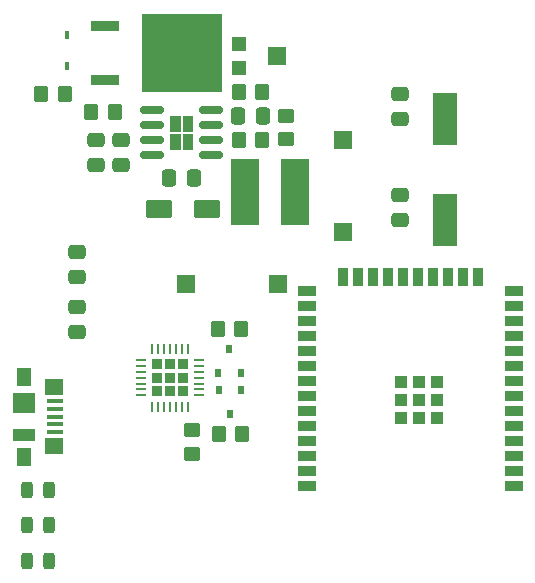
<source format=gbr>
%TF.GenerationSoftware,KiCad,Pcbnew,8.0.4*%
%TF.CreationDate,2024-10-05T16:08:08-03:00*%
%TF.ProjectId,DongleALIVEv2.0,446f6e67-6c65-4414-9c49-564576322e30,2.0*%
%TF.SameCoordinates,Original*%
%TF.FileFunction,Paste,Top*%
%TF.FilePolarity,Positive*%
%FSLAX46Y46*%
G04 Gerber Fmt 4.6, Leading zero omitted, Abs format (unit mm)*
G04 Created by KiCad (PCBNEW 8.0.4) date 2024-10-05 16:08:08*
%MOMM*%
%LPD*%
G01*
G04 APERTURE LIST*
G04 Aperture macros list*
%AMRoundRect*
0 Rectangle with rounded corners*
0 $1 Rounding radius*
0 $2 $3 $4 $5 $6 $7 $8 $9 X,Y pos of 4 corners*
0 Add a 4 corners polygon primitive as box body*
4,1,4,$2,$3,$4,$5,$6,$7,$8,$9,$2,$3,0*
0 Add four circle primitives for the rounded corners*
1,1,$1+$1,$2,$3*
1,1,$1+$1,$4,$5*
1,1,$1+$1,$6,$7*
1,1,$1+$1,$8,$9*
0 Add four rect primitives between the rounded corners*
20,1,$1+$1,$2,$3,$4,$5,0*
20,1,$1+$1,$4,$5,$6,$7,0*
20,1,$1+$1,$6,$7,$8,$9,0*
20,1,$1+$1,$8,$9,$2,$3,0*%
G04 Aperture macros list end*
%ADD10C,0.010000*%
%ADD11RoundRect,0.250000X-0.475000X0.337500X-0.475000X-0.337500X0.475000X-0.337500X0.475000X0.337500X0*%
%ADD12RoundRect,0.250000X0.475000X-0.337500X0.475000X0.337500X-0.475000X0.337500X-0.475000X-0.337500X0*%
%ADD13R,1.200000X1.200000*%
%ADD14R,1.500000X1.600000*%
%ADD15R,1.500000X1.500000*%
%ADD16RoundRect,0.250000X0.350000X0.450000X-0.350000X0.450000X-0.350000X-0.450000X0.350000X-0.450000X0*%
%ADD17RoundRect,0.196250X0.888750X0.588750X-0.888750X0.588750X-0.888750X-0.588750X0.888750X-0.588750X0*%
%ADD18RoundRect,0.250000X-0.450000X0.350000X-0.450000X-0.350000X0.450000X-0.350000X0.450000X0.350000X0*%
%ADD19R,2.400000X5.700000*%
%ADD20RoundRect,0.162000X0.823000X0.138000X-0.823000X0.138000X-0.823000X-0.138000X0.823000X-0.138000X0*%
%ADD21R,0.600000X0.800000*%
%ADD22R,1.380000X0.450000*%
%ADD23R,1.300000X1.650000*%
%ADD24R,1.550000X1.425000*%
%ADD25R,1.900000X1.800000*%
%ADD26R,1.900000X1.000000*%
%ADD27RoundRect,0.250000X-0.350000X-0.450000X0.350000X-0.450000X0.350000X0.450000X-0.350000X0.450000X0*%
%ADD28R,0.457200X0.787400*%
%ADD29RoundRect,0.250000X-0.337500X-0.475000X0.337500X-0.475000X0.337500X0.475000X-0.337500X0.475000X0*%
%ADD30RoundRect,0.243750X-0.243750X-0.456250X0.243750X-0.456250X0.243750X0.456250X-0.243750X0.456250X0*%
%ADD31R,1.050000X1.050000*%
%ADD32R,1.500000X0.900000*%
%ADD33R,0.900000X1.500000*%
%ADD34R,2.000000X4.500000*%
%ADD35R,2.489200X0.939800*%
%ADD36R,6.807200X6.578600*%
%ADD37RoundRect,0.225000X-0.225000X-0.225000X0.225000X-0.225000X0.225000X0.225000X-0.225000X0.225000X0*%
%ADD38RoundRect,0.062500X-0.337500X-0.062500X0.337500X-0.062500X0.337500X0.062500X-0.337500X0.062500X0*%
%ADD39RoundRect,0.062500X-0.062500X-0.337500X0.062500X-0.337500X0.062500X0.337500X-0.062500X0.337500X0*%
G04 APERTURE END LIST*
D10*
%TO.C,U2*%
X129639587Y-89250000D02*
X128840000Y-89250000D01*
X128840000Y-88010413D01*
X129639587Y-88010413D01*
X129639587Y-89250000D01*
G36*
X129639587Y-89250000D02*
G01*
X128840000Y-89250000D01*
X128840000Y-88010413D01*
X129639587Y-88010413D01*
X129639587Y-89250000D01*
G37*
X129639791Y-87740000D02*
X128840000Y-87740000D01*
X128840000Y-86497860D01*
X129639791Y-86497860D01*
X129639791Y-87740000D01*
G36*
X129639791Y-87740000D02*
G01*
X128840000Y-87740000D01*
X128840000Y-86497860D01*
X129639791Y-86497860D01*
X129639791Y-87740000D01*
G37*
X130712019Y-89250000D02*
X129910000Y-89250000D01*
X129910000Y-88010291D01*
X130712019Y-88010291D01*
X130712019Y-89250000D01*
G36*
X130712019Y-89250000D02*
G01*
X129910000Y-89250000D01*
X129910000Y-88010291D01*
X130712019Y-88010291D01*
X130712019Y-89250000D01*
G37*
X130712272Y-87740000D02*
X129910000Y-87740000D01*
X129910000Y-86496660D01*
X130712272Y-86496660D01*
X130712272Y-87740000D01*
G36*
X130712272Y-87740000D02*
G01*
X129910000Y-87740000D01*
X129910000Y-86496660D01*
X130712272Y-86496660D01*
X130712272Y-87740000D01*
G37*
%TD*%
D11*
%TO.C,C9*%
X122565000Y-88507500D03*
X122565000Y-90582500D03*
%TD*%
D12*
%TO.C,C7*%
X120975000Y-100092500D03*
X120975000Y-98017500D03*
%TD*%
D13*
%TO.C,RV1*%
X134615000Y-80365000D03*
D14*
X137865000Y-81365000D03*
D13*
X134615000Y-82365000D03*
%TD*%
D11*
%TO.C,C10*%
X124665000Y-88507500D03*
X124665000Y-90582500D03*
%TD*%
%TO.C,C18*%
X148325000Y-93177500D03*
X148325000Y-95252500D03*
%TD*%
D15*
%TO.C,SW1*%
X137975000Y-100685000D03*
X130175000Y-100685000D03*
%TD*%
D16*
%TO.C,R13*%
X136615000Y-84405000D03*
X134615000Y-84405000D03*
%TD*%
D17*
%TO.C,D3*%
X131980000Y-94355000D03*
X127850000Y-94355000D03*
%TD*%
D11*
%TO.C,C19*%
X148325000Y-84627500D03*
X148325000Y-86702500D03*
%TD*%
D18*
%TO.C,R12*%
X138605000Y-86435000D03*
X138605000Y-88435000D03*
%TD*%
D19*
%TO.C,L1*%
X135175000Y-92895000D03*
X139375000Y-92895000D03*
%TD*%
D16*
%TO.C,R7*%
X124165000Y-86115000D03*
X122165000Y-86115000D03*
%TD*%
D20*
%TO.C,U2*%
X132250000Y-89780000D03*
X132250000Y-88510000D03*
X132250000Y-87240000D03*
X132250000Y-85970000D03*
X127300000Y-85970000D03*
X127300000Y-87240000D03*
X127300000Y-88510000D03*
X127300000Y-89780000D03*
%TD*%
D18*
%TO.C,R17*%
X130665000Y-113045000D03*
X130665000Y-115045000D03*
%TD*%
D21*
%TO.C,Q3*%
X132885000Y-108195000D03*
X134785000Y-108195000D03*
X133835000Y-106175000D03*
%TD*%
D22*
%TO.C,J4*%
X119110000Y-110627500D03*
X119110000Y-111277500D03*
X119110000Y-111927500D03*
X119110000Y-112577500D03*
X119110000Y-113227500D03*
D23*
X116450000Y-108552500D03*
D24*
X119025000Y-109440000D03*
D25*
X116450000Y-110777500D03*
D26*
X116450000Y-113477500D03*
D24*
X119025000Y-114415000D03*
D23*
X116450000Y-115302500D03*
%TD*%
D27*
%TO.C,R8*%
X134615000Y-88505000D03*
X136615000Y-88505000D03*
%TD*%
D15*
%TO.C,SW2*%
X143435000Y-88455000D03*
X143435000Y-96255000D03*
%TD*%
D28*
%TO.C,D4*%
X120105000Y-82193100D03*
X120105000Y-79576900D03*
%TD*%
D29*
%TO.C,C6*%
X128770000Y-91695000D03*
X130845000Y-91695000D03*
%TD*%
D16*
%TO.C,R18*%
X134855000Y-104465000D03*
X132855000Y-104465000D03*
%TD*%
D30*
%TO.C,D1*%
X116727500Y-121125000D03*
X118602500Y-121125000D03*
%TD*%
D11*
%TO.C,C8*%
X120975000Y-102667500D03*
X120975000Y-104742500D03*
%TD*%
D16*
%TO.C,R11*%
X119895000Y-84575000D03*
X117895000Y-84575000D03*
%TD*%
D31*
%TO.C,U1*%
X148330000Y-108955000D03*
X148330000Y-110480000D03*
X148330000Y-112005000D03*
X149855000Y-108955000D03*
X149855000Y-110480000D03*
X149855000Y-112005000D03*
X151380000Y-108955000D03*
X151380000Y-110480000D03*
X151380000Y-112005000D03*
D32*
X140425000Y-117820000D03*
X140425000Y-116550000D03*
X140425000Y-115280000D03*
X140425000Y-114010000D03*
X140425000Y-112740000D03*
X140425000Y-111470000D03*
X140425000Y-110200000D03*
X140425000Y-108930000D03*
X140425000Y-107660000D03*
X140425000Y-106390000D03*
X140425000Y-105120000D03*
X140425000Y-103850000D03*
X140425000Y-102580000D03*
X140425000Y-101310000D03*
D33*
X143455000Y-100060000D03*
X144725000Y-100060000D03*
X145995000Y-100060000D03*
X147265000Y-100060000D03*
X148535000Y-100060000D03*
X149805000Y-100060000D03*
X151075000Y-100060000D03*
X152345000Y-100060000D03*
X153615000Y-100060000D03*
X154885000Y-100060000D03*
D32*
X157925000Y-101310000D03*
X157925000Y-102580000D03*
X157925000Y-103850000D03*
X157925000Y-105120000D03*
X157925000Y-106390000D03*
X157925000Y-107660000D03*
X157925000Y-108930000D03*
X157925000Y-110200000D03*
X157925000Y-111470000D03*
X157925000Y-112740000D03*
X157925000Y-114010000D03*
X157925000Y-115280000D03*
X157925000Y-116550000D03*
X157925000Y-117820000D03*
%TD*%
D34*
%TO.C,Y1*%
X152115000Y-86755000D03*
X152115000Y-95255000D03*
%TD*%
D30*
%TO.C,D5*%
X116727500Y-118125000D03*
X118602500Y-118125000D03*
%TD*%
D21*
%TO.C,Q2*%
X134855000Y-109675000D03*
X132955000Y-109675000D03*
X133905000Y-111695000D03*
%TD*%
D29*
%TO.C,C11*%
X134597500Y-86435000D03*
X136672500Y-86435000D03*
%TD*%
D35*
%TO.C,Q1*%
X123349000Y-78834999D03*
D36*
X129821999Y-81125000D03*
D35*
X123349000Y-83415001D03*
%TD*%
D37*
%TO.C,U6*%
X127675000Y-107495000D03*
X127675000Y-108615000D03*
X127675000Y-109735000D03*
X128795000Y-107495000D03*
X128795000Y-108615000D03*
X128795000Y-109735000D03*
X129915000Y-107495000D03*
X129915000Y-108615000D03*
X129915000Y-109735000D03*
D38*
X126345000Y-107115000D03*
X126345000Y-107615000D03*
X126345000Y-108115000D03*
X126345000Y-108615000D03*
X126345000Y-109115000D03*
X126345000Y-109615000D03*
X126345000Y-110115000D03*
D39*
X127295000Y-111065000D03*
X127795000Y-111065000D03*
X128295000Y-111065000D03*
X128795000Y-111065000D03*
X129295000Y-111065000D03*
X129795000Y-111065000D03*
X130295000Y-111065000D03*
D38*
X131245000Y-110115000D03*
X131245000Y-109615000D03*
X131245000Y-109115000D03*
X131245000Y-108615000D03*
X131245000Y-108115000D03*
X131245000Y-107615000D03*
X131245000Y-107115000D03*
D39*
X130295000Y-106165000D03*
X129795000Y-106165000D03*
X129295000Y-106165000D03*
X128795000Y-106165000D03*
X128295000Y-106165000D03*
X127795000Y-106165000D03*
X127295000Y-106165000D03*
%TD*%
D16*
%TO.C,R19*%
X134945000Y-113385000D03*
X132945000Y-113385000D03*
%TD*%
D30*
%TO.C,D2*%
X116727500Y-124125000D03*
X118602500Y-124125000D03*
%TD*%
M02*

</source>
